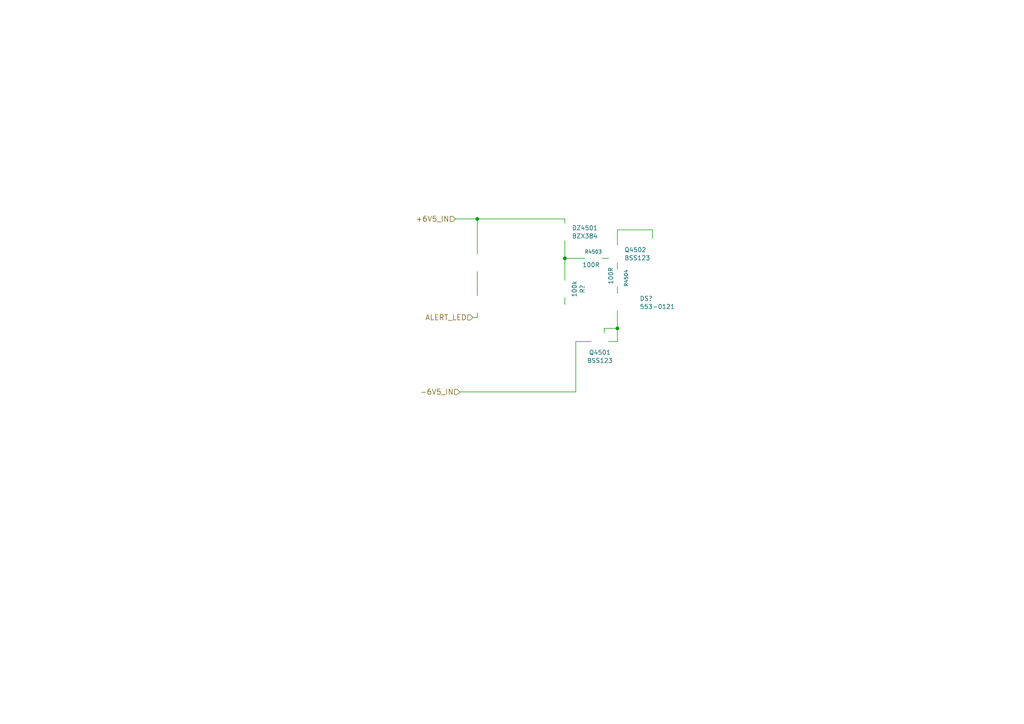
<source format=kicad_sch>
(kicad_sch
	(version 20250114)
	(generator "eeschema")
	(generator_version "9.0")
	(uuid "768afcce-3fa5-4551-90f8-8108007ae001")
	(paper "A4")
	(title_block
		(title "LZ 8 Channel Amplifier")
		(date "2017-09-10")
		(rev "5")
		(company "UC Davis / Seth Hillbrand")
	)
	(lib_symbols)
	(junction
		(at 163.83 74.93)
		(diameter 0)
		(color 0 0 0 0)
		(uuid "1fc97081-1c7e-4900-a56e-9e1442a018bb")
	)
	(junction
		(at 138.43 63.5)
		(diameter 0)
		(color 0 0 0 0)
		(uuid "3fe682b5-0d56-4312-812d-ec62a0b3b277")
	)
	(junction
		(at 179.07 95.25)
		(diameter 0)
		(color 0 0 0 0)
		(uuid "a7a1e957-d766-42b3-8644-6143e2ac8433")
	)
	(wire
		(pts
			(xy 179.07 66.675) (xy 189.23 66.675)
		)
		(stroke
			(width 0)
			(type default)
		)
		(uuid "11ab8a71-fc96-4870-9160-c18041ea8b98")
	)
	(wire
		(pts
			(xy 167.005 99.06) (xy 171.45 99.06)
		)
		(stroke
			(width 0)
			(type default)
		)
		(uuid "12f62855-c869-466b-bc44-e9b8136f367f")
	)
	(wire
		(pts
			(xy 179.07 99.06) (xy 179.07 95.25)
		)
		(stroke
			(width 0)
			(type default)
		)
		(uuid "22795650-a23b-4693-b142-59541c0e8d1b")
	)
	(wire
		(pts
			(xy 176.53 74.93) (xy 174.625 74.93)
		)
		(stroke
			(width 0)
			(type default)
		)
		(uuid "33cf9f7d-21a7-411f-99d6-0f148fb2cfcb")
	)
	(wire
		(pts
			(xy 169.545 74.93) (xy 163.83 74.93)
		)
		(stroke
			(width 0)
			(type default)
		)
		(uuid "51646dac-d97d-4413-a8b2-17eecb552fdb")
	)
	(wire
		(pts
			(xy 189.23 66.675) (xy 189.23 69.215)
		)
		(stroke
			(width 0)
			(type default)
		)
		(uuid "54d2c912-c8ab-428b-82cc-d4ff255a0e18")
	)
	(wire
		(pts
			(xy 179.07 95.25) (xy 179.07 90.17)
		)
		(stroke
			(width 0)
			(type default)
		)
		(uuid "5698791b-1ef1-45f0-abdc-e259ecc80003")
	)
	(wire
		(pts
			(xy 137.16 92.075) (xy 138.43 92.075)
		)
		(stroke
			(width 0)
			(type default)
		)
		(uuid "5c44ff83-ab20-4a42-bac8-77d5162db03d")
	)
	(wire
		(pts
			(xy 138.43 78.74) (xy 138.43 85.725)
		)
		(stroke
			(width 0)
			(type default)
		)
		(uuid "689ead6a-9bbb-4cd6-ac9f-503e0f549a19")
	)
	(wire
		(pts
			(xy 175.26 95.25) (xy 179.07 95.25)
		)
		(stroke
			(width 0)
			(type default)
		)
		(uuid "75ff1709-61e6-4fb2-b97c-268985b3dd25")
	)
	(wire
		(pts
			(xy 167.005 113.665) (xy 167.005 99.06)
		)
		(stroke
			(width 0)
			(type default)
		)
		(uuid "83ea2ec1-3f22-4cde-bfd0-f951a6680f31")
	)
	(wire
		(pts
			(xy 138.43 63.5) (xy 163.83 63.5)
		)
		(stroke
			(width 0)
			(type default)
		)
		(uuid "87558849-9be7-4bb8-a469-08941e1cc473")
	)
	(wire
		(pts
			(xy 175.26 96.52) (xy 175.26 95.25)
		)
		(stroke
			(width 0)
			(type default)
		)
		(uuid "8f9b3ed4-2ba9-4a04-befc-ec325ee9b168")
	)
	(wire
		(pts
			(xy 179.07 76.2) (xy 179.07 78.105)
		)
		(stroke
			(width 0)
			(type default)
		)
		(uuid "8fcb8b22-1f60-48cf-978c-274153af64d0")
	)
	(wire
		(pts
			(xy 163.83 74.93) (xy 163.83 81.28)
		)
		(stroke
			(width 0)
			(type default)
		)
		(uuid "a93cf6e9-f692-4a43-850b-2039ca2af130")
	)
	(wire
		(pts
			(xy 132.08 63.5) (xy 138.43 63.5)
		)
		(stroke
			(width 0)
			(type default)
		)
		(uuid "ab5ebbbf-e1fa-4fbf-a75f-031014b91238")
	)
	(wire
		(pts
			(xy 179.07 83.185) (xy 179.07 85.09)
		)
		(stroke
			(width 0)
			(type default)
		)
		(uuid "af816609-3073-4f51-aad0-743cb353b591")
	)
	(wire
		(pts
			(xy 163.83 69.85) (xy 163.83 74.93)
		)
		(stroke
			(width 0)
			(type default)
		)
		(uuid "b2c6d75c-2092-42c1-9e19-98a0c9ad95cc")
	)
	(wire
		(pts
			(xy 138.43 92.075) (xy 138.43 90.805)
		)
		(stroke
			(width 0)
			(type default)
		)
		(uuid "b95472dc-0194-4dd4-9960-e0095805fe63")
	)
	(wire
		(pts
			(xy 179.07 71.12) (xy 179.07 66.675)
		)
		(stroke
			(width 0)
			(type default)
		)
		(uuid "ba2aac44-ac5a-4d11-809a-f80358c0a8d0")
	)
	(wire
		(pts
			(xy 133.35 113.665) (xy 167.005 113.665)
		)
		(stroke
			(width 0)
			(type default)
		)
		(uuid "bdc6f9db-c93d-4d1d-9db5-fa647ecc83df")
	)
	(wire
		(pts
			(xy 138.43 73.66) (xy 138.43 63.5)
		)
		(stroke
			(width 0)
			(type default)
		)
		(uuid "d2d23475-c506-4e81-94db-415a42af748a")
	)
	(wire
		(pts
			(xy 163.83 63.5) (xy 163.83 64.77)
		)
		(stroke
			(width 0)
			(type default)
		)
		(uuid "ded71f86-338c-4189-9d8c-dbc3f6cf2c98")
	)
	(wire
		(pts
			(xy 176.53 99.06) (xy 179.07 99.06)
		)
		(stroke
			(width 0)
			(type default)
		)
		(uuid "e67f91c7-2e70-4db4-a641-4ef2f7186324")
	)
	(wire
		(pts
			(xy 163.83 88.265) (xy 163.83 86.36)
		)
		(stroke
			(width 0)
			(type default)
		)
		(uuid "f3a65b5f-e9ba-4e24-b9e8-c629c96456cb")
	)
	(hierarchical_label "ALERT_LED"
		(shape input)
		(at 137.16 92.075 180)
		(effects
			(font
				(size 1.524 1.524)
			)
			(justify right)
		)
		(uuid "09234236-5d4f-4178-9192-955cea6000be")
	)
	(hierarchical_label "+6V5_IN"
		(shape input)
		(at 132.08 63.5 180)
		(effects
			(font
				(size 1.524 1.524)
			)
			(justify right)
		)
		(uuid "a967c7cf-c431-44e7-b9de-e8f70ce836fd")
	)
	(hierarchical_label "-6V5_IN"
		(shape input)
		(at 133.35 113.665 180)
		(effects
			(font
				(size 1.524 1.524)
			)
			(justify right)
		)
		(uuid "ae21f0d1-e430-4065-8be8-d6c65ae3d943")
	)
	(symbol
		(lib_id "semi-diode-generic:BZX84")
		(at 163.83 67.31 0)
		(unit 1)
		(exclude_from_sim no)
		(in_bom yes)
		(on_board yes)
		(dnp no)
		(uuid "00000000-0000-0000-0000-0000580b1cd2")
		(property "Reference" "DZ4501"
			(at 165.862 66.1162 0)
			(effects
				(font
					(size 1.27 1.27)
				)
				(justify left)
			)
		)
		(property "Value" "BZX384"
			(at 165.862 68.4784 0)
			(effects
				(font
					(size 1.27 1.27)
				)
				(justify left)
			)
		)
		(property "Footprint" "smd-semi:SOD-323"
			(at 163.83 71.12 0)
			(effects
				(font
					(size 1.27 1.27)
				)
				(hide yes)
			)
		)
		(property "Datasheet" "http://assets.nexperia.com/documents/data-sheet/BZX384_SERIES.pdf"
			(at 163.83 67.31 0)
			(effects
				(font
					(size 1.524 1.524)
				)
				(hide yes)
			)
		)
		(property "Description" ""
			(at 163.83 67.31 0)
			(effects
				(font
					(size 1.27 1.27)
				)
			)
		)
		(property "mpn" "BZX384-B4V7,115"
			(at 163.83 67.31 0)
			(effects
				(font
					(size 1.524 1.524)
				)
				(hide yes)
			)
		)
		(property "digikey#" "1727-3660-1-ND"
			(at 163.83 67.31 0)
			(effects
				(font
					(size 1.524 1.524)
				)
				(hide yes)
			)
		)
		(instances
			(project "8CH_Amplifier"
				(path "/f89efb00-3378-4f88-9ec9-2a1aa21f73ef/00000000-0000-0000-0000-0000580af358"
					(reference "DZ4501")
					(unit 1)
				)
			)
		)
	)
	(symbol
		(lib_id "_passive:R")
		(at 172.085 74.93 270)
		(mirror x)
		(unit 1)
		(exclude_from_sim no)
		(in_bom yes)
		(on_board yes)
		(dnp no)
		(uuid "00000000-0000-0000-0000-0000580b1cdb")
		(property "Reference" "R4503"
			(at 174.625 73.025 90)
			(effects
				(font
					(size 1.016 1.016)
				)
				(justify right)
			)
		)
		(property "Value" "100R"
			(at 173.99 76.835 90)
			(effects
				(font
					(size 1.27 1.27)
				)
				(justify right)
			)
		)
		(property "Footprint" "Resistors_SMD:R_0603"
			(at 172.085 74.93 0)
			(effects
				(font
					(size 1.27 1.27)
				)
				(hide yes)
			)
		)
		(property "Datasheet" "http://www.te.com/commerce/DocumentDelivery/DDEController?Action=srchrtrv&DocNm=1773272&DocType=DS&DocLang=English"
			(at 173.355 74.93 0)
			(effects
				(font
					(size 1.524 1.524)
				)
				(hide yes)
			)
		)
		(property "Description" ""
			(at 172.085 74.93 0)
			(effects
				(font
					(size 1.27 1.27)
				)
			)
		)
		(property "mpn" "RP73PF1J100RBTDF"
			(at 186.055 55.88 0)
			(effects
				(font
					(size 1.524 1.524)
				)
				(hide yes)
			)
		)
		(property "newark#" ""
			(at 172.085 74.93 0)
			(effects
				(font
					(size 1.524 1.524)
				)
				(hide yes)
			)
		)
		(property "digikey#" "A110012CT-ND"
			(at 97.155 247.015 0)
			(effects
				(font
					(size 1.524 1.524)
				)
				(hide yes)
			)
		)
		(instances
			(project "8CH_Amplifier"
				(path "/f89efb00-3378-4f88-9ec9-2a1aa21f73ef/00000000-0000-0000-0000-0000580af358"
					(reference "R4503")
					(unit 1)
				)
			)
		)
	)
	(symbol
		(lib_id "_passive:R")
		(at 179.07 80.645 0)
		(mirror x)
		(unit 1)
		(exclude_from_sim no)
		(in_bom yes)
		(on_board yes)
		(dnp no)
		(uuid "00000000-0000-0000-0000-0000580b1ce4")
		(property "Reference" "R4504"
			(at 181.61 83.185 90)
			(effects
				(font
					(size 1.016 1.016)
				)
				(justify right)
			)
		)
		(property "Value" "100R"
			(at 177.165 82.55 90)
			(effects
				(font
					(size 1.27 1.27)
				)
				(justify right)
			)
		)
		(property "Footprint" "Resistors_SMD:R_0603"
			(at 179.07 80.645 0)
			(effects
				(font
					(size 1.27 1.27)
				)
				(hide yes)
			)
		)
		(property "Datasheet" "http://www.te.com/commerce/DocumentDelivery/DDEController?Action=srchrtrv&DocNm=1773272&DocType=DS&DocLang=English"
			(at 179.07 81.915 0)
			(effects
				(font
					(size 1.524 1.524)
				)
				(hide yes)
			)
		)
		(property "Description" ""
			(at 179.07 80.645 0)
			(effects
				(font
					(size 1.27 1.27)
				)
			)
		)
		(property "mpn" "RP73PF1J100RBTDF"
			(at 198.12 94.615 0)
			(effects
				(font
					(size 1.524 1.524)
				)
				(hide yes)
			)
		)
		(property "newark#" ""
			(at 179.07 80.645 0)
			(effects
				(font
					(size 1.524 1.524)
				)
				(hide yes)
			)
		)
		(property "digikey#" "A110012CT-ND"
			(at 0 0 0)
			(effects
				(font
					(size 1.524 1.524)
				)
				(hide yes)
			)
		)
		(instances
			(project "8CH_Amplifier"
				(path "/f89efb00-3378-4f88-9ec9-2a1aa21f73ef/00000000-0000-0000-0000-0000580af358"
					(reference "R4504")
					(unit 1)
				)
			)
		)
	)
	(symbol
		(lib_id "_semi:NMOS")
		(at 177.8 73.66 0)
		(unit 1)
		(exclude_from_sim no)
		(in_bom yes)
		(on_board yes)
		(dnp no)
		(uuid "00000000-0000-0000-0000-0000580b1ced")
		(property "Reference" "Q4502"
			(at 181.0766 72.4662 0)
			(effects
				(font
					(size 1.27 1.27)
				)
				(justify left)
			)
		)
		(property "Value" "BSS123"
			(at 181.0766 74.8284 0)
			(effects
				(font
					(size 1.27 1.27)
				)
				(justify left)
			)
		)
		(property "Footprint" "TO_SOT_Packages_SMD:SOT-23"
			(at 181.0766 73.2282 0)
			(effects
				(font
					(size 1.524 1.524)
				)
				(justify left)
				(hide yes)
			)
		)
		(property "Datasheet" "https://www.fairchildsemi.com/datasheets/BS/BSS123L.pdf"
			(at 181.0766 76.0222 0)
			(effects
				(font
					(size 1.524 1.524)
				)
				(justify left)
				(hide yes)
			)
		)
		(property "Description" ""
			(at 177.8 73.66 0)
			(effects
				(font
					(size 1.27 1.27)
				)
			)
		)
		(property "mpn" "BSS123L"
			(at 181.0766 78.8162 0)
			(effects
				(font
					(size 1.524 1.524)
				)
				(justify left)
				(hide yes)
			)
		)
		(property "newark#" ""
			(at 177.8 73.66 0)
			(effects
				(font
					(size 1.524 1.524)
				)
				(hide yes)
			)
		)
		(property "digikey#" "BSS123LCT-ND"
			(at 0 147.32 0)
			(effects
				(font
					(size 1.524 1.524)
				)
				(hide yes)
			)
		)
		(instances
			(project "8CH_Amplifier"
				(path "/f89efb00-3378-4f88-9ec9-2a1aa21f73ef/00000000-0000-0000-0000-0000580af358"
					(reference "Q4502")
					(unit 1)
				)
			)
		)
	)
	(symbol
		(lib_id "power1:(GND)")
		(at 189.23 69.215 0)
		(unit 1)
		(exclude_from_sim no)
		(in_bom yes)
		(on_board yes)
		(dnp no)
		(uuid "00000000-0000-0000-0000-0000580b1cf4")
		(property "Reference" "#PWR0353"
			(at 189.23 69.215 0)
			(effects
				(font
					(size 0.762 0.762)
				)
				(hide yes)
			)
		)
		(property "Value" "(GND)"
			(at 189.23 69.215 0)
			(effects
				(font
					(size 0.762 0.762)
				)
				(hide yes)
			)
		)
		(property "Footprint" ""
			(at 189.23 69.215 0)
			(effects
				(font
					(size 1.524 1.524)
				)
			)
		)
		(property "Datasheet" ""
			(at 189.23 69.215 0)
			(effects
				(font
					(size 1.524 1.524)
				)
			)
		)
		(property "Description" ""
			(at 189.23 69.215 0)
			(effects
				(font
					(size 1.27 1.27)
				)
			)
		)
		(instances
			(project ""
				(path "/f89efb00-3378-4f88-9ec9-2a1aa21f73ef/00000000-0000-0000-0000-000057f4a4b7"
					(reference "#PWR?")
					(unit 1)
				)
				(path "/f89efb00-3378-4f88-9ec9-2a1aa21f73ef/00000000-0000-0000-0000-0000580af358"
					(reference "#PWR0353")
					(unit 1)
				)
			)
		)
	)
	(symbol
		(lib_id "pasv-res:R-0402")
		(at 163.83 83.82 0)
		(mirror y)
		(unit 1)
		(exclude_from_sim no)
		(in_bom yes)
		(on_board yes)
		(dnp no)
		(uuid "00000000-0000-0000-0000-0000580b1cfc")
		(property "Reference" "R4502"
			(at 168.91 83.82 90)
			(effects
				(font
					(size 1.27 1.27)
				)
			)
		)
		(property "Value" "100k"
			(at 166.5986 83.82 90)
			(effects
				(font
					(size 1.27 1.27)
				)
			)
		)
		(property "Footprint" "Resistors_SMD:R_0603"
			(at 163.83 83.82 0)
			(effects
				(font
					(size 1.27 1.27)
				)
				(hide yes)
			)
		)
		(property "Datasheet" "http://www.te.com/commerce/DocumentDelivery/DDEController?Action=srchrtrv&DocNm=1773200&DocType=DS&DocLang=English"
			(at 163.83 82.55 0)
			(effects
				(font
					(size 1.524 1.524)
				)
				(hide yes)
			)
		)
		(property "Description" ""
			(at 163.83 83.82 0)
			(effects
				(font
					(size 1.27 1.27)
				)
			)
		)
		(property "mpn" "CPF0603F100KC1"
			(at 144.78 69.85 0)
			(effects
				(font
					(size 1.524 1.524)
				)
				(hide yes)
			)
		)
		(property "newark#" ""
			(at 163.83 83.82 0)
			(effects
				(font
					(size 1.524 1.524)
				)
				(hide yes)
			)
		)
		(property "digikey#" "A119912CT-ND"
			(at 327.66 167.64 0)
			(effects
				(font
					(size 1.524 1.524)
				)
				(hide yes)
			)
		)
		(instances
			(project ""
				(path "/f89efb00-3378-4f88-9ec9-2a1aa21f73ef/00000000-0000-0000-0000-000057f4a4b7"
					(reference "R?")
					(unit 1)
				)
				(path "/f89efb00-3378-4f88-9ec9-2a1aa21f73ef/00000000-0000-0000-0000-0000580af358"
					(reference "R4502")
					(unit 1)
				)
				(path "/f89efb00-3378-4f88-9ec9-2a1aa21f73ef/00000000-0000-0000-0000-000057c01ceb/00000000-0000-0000-0000-000057c02f7e"
					(reference "R?")
					(unit 1)
				)
				(path "/f89efb00-3378-4f88-9ec9-2a1aa21f73ef/00000000-0000-0000-0000-000057c01ceb/00000000-0000-0000-0000-000057c02f90"
					(reference "R?")
					(unit 1)
				)
				(path "/f89efb00-3378-4f88-9ec9-2a1aa21f73ef/00000000-0000-0000-0000-000057e99ccf/00000000-0000-0000-0000-000057c02f7e"
					(reference "R?")
					(unit 1)
				)
				(path "/f89efb00-3378-4f88-9ec9-2a1aa21f73ef/00000000-0000-0000-0000-000057e99ccf/00000000-0000-0000-0000-000057c02f90"
					(reference "R?")
					(unit 1)
				)
				(path "/f89efb00-3378-4f88-9ec9-2a1aa21f73ef/00000000-0000-0000-0000-000057e9a2f9/00000000-0000-0000-0000-000057c02f7e"
					(reference "R?")
					(unit 1)
				)
				(path "/f89efb00-3378-4f88-9ec9-2a1aa21f73ef/00000000-0000-0000-0000-000057e9a2f9/00000000-0000-0000-0000-000057c02f90"
					(reference "R?")
					(unit 1)
				)
				(path "/f89efb00-3378-4f88-9ec9-2a1aa21f73ef/00000000-0000-0000-0000-000057e9a2ff/00000000-0000-0000-0000-000057c02f7e"
					(reference "R?")
					(unit 1)
				)
				(path "/f89efb00-3378-4f88-9ec9-2a1aa21f73ef/00000000-0000-0000-0000-000057e9a2ff/00000000-0000-0000-0000-000057c02f90"
					(reference "R?")
					(unit 1)
				)
				(path "/f89efb00-3378-4f88-9ec9-2a1aa21f73ef/00000000-0000-0000-0000-000057e9b5b0/00000000-0000-0000-0000-000057c02f7e"
					(reference "R?")
					(unit 1)
				)
				(path "/f89efb00-3378-4f88-9ec9-2a1aa21f73ef/00000000-0000-0000-0000-000057e9b5b0/00000000-0000-0000-0000-000057c02f90"
					(reference "R?")
					(unit 1)
				)
				(path "/f89efb00-3378-4f88-9ec9-2a1aa21f73ef/00000000-0000-0000-0000-000057e9b5b6/00000000-0000-0000-0000-000057c02f7e"
					(reference "R?")
					(unit 1)
				)
				(path "/f89efb00-3378-4f88-9ec9-2a1aa21f73ef/00000000-0000-0000-0000-000057e9b5b6/00000000-0000-0000-0000-000057c02f90"
					(reference "R?")
					(unit 1)
				)
				(path "/f89efb00-3378-4f88-9ec9-2a1aa21f73ef/00000000-0000-0000-0000-000057e9b5bc/00000000-0000-0000-0000-000057c02f7e"
					(reference "R?")
					(unit 1)
				)
				(path "/f89efb00-3378-4f88-9ec9-2a1aa21f73ef/00000000-0000-0000-0000-000057e9b5bc/00000000-0000-0000-0000-000057c02f90"
					(reference "R?")
					(unit 1)
				)
				(path "/f89efb00-3378-4f88-9ec9-2a1aa21f73ef/00000000-0000-0000-0000-000057e9b5c2/00000000-0000-0000-0000-000057c02f7e"
					(reference "R?")
					(unit 1)
				)
				(path "/f89efb00-3378-4f88-9ec9-2a1aa21f73ef/00000000-0000-0000-0000-000057e9b5c2/00000000-0000-0000-0000-000057c02f90"
					(reference "R?")
					(unit 1)
				)
			)
		)
	)
	(symbol
		(lib_id "power1:(GND)")
		(at 163.83 88.265 0)
		(unit 1)
		(exclude_from_sim no)
		(in_bom yes)
		(on_board yes)
		(dnp no)
		(uuid "00000000-0000-0000-0000-0000580b1d06")
		(property "Reference" "#PWR0354"
			(at 163.83 88.265 0)
			(effects
				(font
					(size 0.762 0.762)
				)
				(hide yes)
			)
		)
		(property "Value" "(GND)"
			(at 163.83 88.265 0)
			(effects
				(font
					(size 0.762 0.762)
				)
				(hide yes)
			)
		)
		(property "Footprint" ""
			(at 163.83 88.265 0)
			(effects
				(font
					(size 1.524 1.524)
				)
			)
		)
		(property "Datasheet" ""
			(at 163.83 88.265 0)
			(effects
				(font
					(size 1.524 1.524)
				)
			)
		)
		(property "Description" ""
			(at 163.83 88.265 0)
			(effects
				(font
					(size 1.27 1.27)
				)
			)
		)
		(instances
			(project ""
				(path "/f89efb00-3378-4f88-9ec9-2a1aa21f73ef/00000000-0000-0000-0000-000057f4a4b7"
					(reference "#PWR?")
					(unit 1)
				)
				(path "/f89efb00-3378-4f88-9ec9-2a1aa21f73ef/00000000-0000-0000-0000-0000580af358"
					(reference "#PWR0354")
					(unit 1)
				)
			)
		)
	)
	(symbol
		(lib_id "_semi:NMOS")
		(at 173.99 97.79 90)
		(mirror x)
		(unit 1)
		(exclude_from_sim no)
		(in_bom yes)
		(on_board yes)
		(dnp no)
		(uuid "00000000-0000-0000-0000-0000580b1d1e")
		(property "Reference" "Q4501"
			(at 173.99 102.235 90)
			(effects
				(font
					(size 1.27 1.27)
				)
			)
		)
		(property "Value" "BSS123"
			(at 173.99 104.5972 90)
			(effects
				(font
					(size 1.27 1.27)
				)
			)
		)
		(property "Footprint" "TO_SOT_Packages_SMD:SOT-23"
			(at 173.5582 101.0666 0)
			(effects
				(font
					(size 1.524 1.524)
				)
				(justify left)
				(hide yes)
			)
		)
		(property "Datasheet" "https://www.fairchildsemi.com/datasheets/BS/BSS123L.pdf"
			(at 176.3522 101.0666 0)
			(effects
				(font
					(size 1.524 1.524)
				)
				(justify left)
				(hide yes)
			)
		)
		(property "Description" ""
			(at 173.99 97.79 0)
			(effects
				(font
					(size 1.27 1.27)
				)
			)
		)
		(property "mpn" "BSS123L"
			(at 179.1462 101.0666 0)
			(effects
				(font
					(size 1.524 1.524)
				)
				(justify left)
				(hide yes)
			)
		)
		(property "newark#" ""
			(at 173.99 97.79 0)
			(effects
				(font
					(size 1.524 1.524)
				)
				(hide yes)
			)
		)
		(property "digikey#" "BSS123LCT-ND"
			(at 271.78 -76.2 0)
			(effects
				(font
					(size 1.524 1.524)
				)
				(hide yes)
			)
		)
		(instances
			(project "8CH_Amplifier"
				(path "/f89efb00-3378-4f88-9ec9-2a1aa21f73ef/00000000-0000-0000-0000-0000580af358"
					(reference "Q4501")
					(unit 1)
				)
			)
		)
	)
	(symbol
		(lib_id "semi-opto-generic:LED-DUAL")
		(at 179.07 87.63 0)
		(unit 2)
		(exclude_from_sim no)
		(in_bom yes)
		(on_board yes)
		(dnp no)
		(uuid "00000000-0000-0000-0000-0000580b1d27")
		(property "Reference" "D4501"
			(at 185.5216 86.5886 0)
			(effects
				(font
					(size 1.27 1.27)
				)
				(justify left)
			)
		)
		(property "Value" "553-0121"
			(at 185.5216 88.9508 0)
			(effects
				(font
					(size 1.27 1.27)
				)
				(justify left)
			)
		)
		(property "Footprint" "pth-semi:LED-DIALIGHT-553"
			(at 179.07 91.44 0)
			(effects
				(font
					(size 1.27 1.27)
				)
				(hide yes)
			)
		)
		(property "Datasheet" "http://www.dialight.com/Assets/Drawings/2D_Drawings_DrawingDetailedSpec/C17277.pdf"
			(at 179.07 87.63 0)
			(effects
				(font
					(size 1.524 1.524)
				)
				(hide yes)
			)
		)
		(property "Description" ""
			(at 179.07 87.63 0)
			(effects
				(font
					(size 1.27 1.27)
				)
			)
		)
		(property "mpn" "5530121F"
			(at 179.07 93.98 0)
			(effects
				(font
					(size 1.524 1.524)
				)
				(hide yes)
			)
		)
		(property "newark#" "30K2195"
			(at 179.07 87.63 0)
			(effects
				(font
					(size 1.524 1.524)
				)
				(hide yes)
			)
		)
		(property "digikey#" "350-1822-ND"
			(at 0 175.26 0)
			(effects
				(font
					(size 1.524 1.524)
				)
				(hide yes)
			)
		)
		(instances
			(project ""
				(path "/f89efb00-3378-4f88-9ec9-2a1aa21f73ef/00000000-0000-0000-0000-000057f4a4b7"
					(reference "DS?")
					(unit 2)
				)
				(path "/f89efb00-3378-4f88-9ec9-2a1aa21f73ef/00000000-0000-0000-0000-0000580af358"
					(reference "D4501")
					(unit 2)
				)
			)
		)
	)
	(symbol
		(lib_id "_passive:R")
		(at 138.43 76.2 0)
		(mirror x)
		(unit 1)
		(exclude_from_sim no)
		(in_bom yes)
		(on_board yes)
		(dnp no)
		(uuid "00000000-0000-0000-0000-0000580b449a")
		(property "Reference" "R4501"
			(at 140.335 78.105 90)
			(effects
				(font
					(size 1.016 1.016)
				)
				(justify right)
			)
		)
		(property "Value" "470R"
			(at 136.525 78.105 90)
			(effects
				(font
					(size 1.27 1.27)
				)
				(justify right)
			)
		)
		(property "Footprint" "Resistors_SMD:R_0603"
			(at 138.43 76.2 0)
			(effects
				(font
					(size 1.27 1.27)
				)
				(hide yes)
			)
		)
		(property "Datasheet" "http://www.te.com/commerce/DocumentDelivery/DDEController?Action=srchrtrv&DocNm=1773200&DocType=DS&DocLang=English"
			(at 138.43 77.47 0)
			(effects
				(font
					(size 1.524 1.524)
				)
				(hide yes)
			)
		)
		(property "Description" ""
			(at 138.43 76.2 0)
			(effects
				(font
					(size 1.27 1.27)
				)
			)
		)
		(property "mpn" "CRCW0603470RJNEA"
			(at 157.48 90.17 0)
			(effects
				(font
					(size 1.524 1.524)
				)
				(hide yes)
			)
		)
		(property "newark#" "59M6817"
			(at 138.43 76.2 0)
			(effects
				(font
					(size 1.524 1.524)
				)
				(hide yes)
			)
		)
		(property "digikey#" "A103101TR-ND"
			(at 0 0 0)
			(effects
				(font
					(size 1.524 1.524)
				)
				(hide yes)
			)
		)
		(instances
			(project "8CH_Amplifier"
				(path "/f89efb00-3378-4f88-9ec9-2a1aa21f73ef/00000000-0000-0000-0000-0000580af358"
					(reference "R4501")
					(unit 1)
				)
			)
		)
	)
	(symbol
		(lib_id "semi-opto-generic:LED-DUAL")
		(at 138.43 88.265 0)
		(unit 1)
		(exclude_from_sim no)
		(in_bom yes)
		(on_board yes)
		(dnp no)
		(uuid "00000000-0000-0000-0000-0000580e7e21")
		(property "Reference" "D4501"
			(at 144.8816 87.2236 0)
			(effects
				(font
					(size 1.27 1.27)
				)
				(justify left)
			)
		)
		(property "Value" "553-0121"
			(at 144.8816 89.5858 0)
			(effects
				(font
					(size 1.27 1.27)
				)
				(justify left)
			)
		)
		(property "Footprint" "pth-semi:LED-DIALIGHT-553"
			(at 138.43 92.075 0)
			(effects
				(font
					(size 1.27 1.27)
				)
				(hide yes)
			)
		)
		(property "Datasheet" "http://www.dialight.com/Assets/Drawings/2D_Drawings_DrawingDetailedSpec/C17277.pdf"
			(at 138.43 88.265 0)
			(effects
				(font
					(size 1.524 1.524)
				)
				(hide yes)
			)
		)
		(property "Description" ""
			(at 138.43 88.265 0)
			(effects
				(font
					(size 1.27 1.27)
				)
			)
		)
		(property "mpn" "5530121F"
			(at 138.43 94.615 0)
			(effects
				(font
					(size 1.524 1.524)
				)
				(hide yes)
			)
		)
		(property "newark#" "30K2195"
			(at 138.43 88.265 0)
			(effects
				(font
					(size 1.524 1.524)
				)
				(hide yes)
			)
		)
		(property "digikey#" "350-1822-ND"
			(at 0 176.53 0)
			(effects
				(font
					(size 1.524 1.524)
				)
				(hide yes)
			)
		)
		(instances
			(project ""
				(path "/f89efb00-3378-4f88-9ec9-2a1aa21f73ef/00000000-0000-0000-0000-000057f4a4b7"
					(reference "D?")
					(unit 2)
				)
				(path "/f89efb00-3378-4f88-9ec9-2a1aa21f73ef/00000000-0000-0000-0000-0000580af358"
					(reference "D4501")
					(unit 1)
				)
			)
		)
	)
)

</source>
